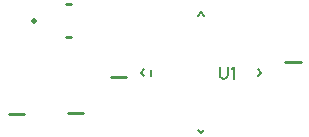
<source format=gbr>
G04 DipTrace 3.0.0.2*
G04 TopSilk.gbr*
%MOIN*%
G04 #@! TF.FileFunction,Legend,Top*
G04 #@! TF.Part,Single*
%ADD10C,0.009843*%
%ADD17C,0.019683*%
%ADD26C,0.006*%
%ADD66C,0.006176*%
%FSLAX26Y26*%
G04*
G70*
G90*
G75*
G01*
G04 TopSilk*
%LPD*%
X1803130Y903522D2*
D10*
X1751988D1*
D17*
X1496062Y1092520D3*
X1600400Y1037402D2*
D10*
X1620083D1*
X1600400Y1147638D2*
X1620083D1*
X2332697Y954745D2*
X2383839D1*
X1659429Y785412D2*
X1608287D1*
X1462579Y781475D2*
X1411437D1*
X1861703Y929990D2*
D26*
X1851005Y919291D1*
X2062525Y1109415D2*
X2051827Y1120113D1*
X2241950Y908593D2*
X2252649Y919291D1*
X1886375Y909510D2*
Y929073D1*
X2051827Y718470D2*
X2062525Y729168D1*
X2252649Y919291D2*
X2241950Y929990D1*
X2051827Y1120113D2*
X2041129Y1109415D1*
X1851005Y919291D2*
X1861703Y908593D1*
X2041129Y729168D2*
X2051827Y718470D1*
X2114850Y939498D2*
D66*
Y910802D1*
X2116751Y905054D1*
X2120598Y901251D1*
X2126346Y899306D1*
X2130149D1*
X2135897Y901251D1*
X2139743Y905054D1*
X2141645Y910802D1*
Y939498D1*
X2153996Y931804D2*
X2157843Y933750D1*
X2163591Y939454D1*
Y899306D1*
M02*

</source>
